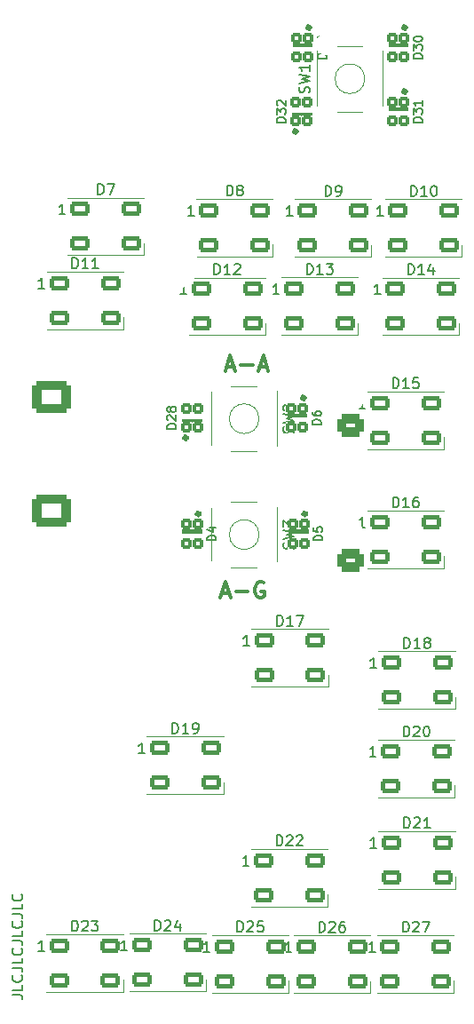
<source format=gbr>
%TF.GenerationSoftware,KiCad,Pcbnew,(6.0.9)*%
%TF.CreationDate,2022-12-27T01:06:43-09:00*%
%TF.ProjectId,PCB_ MASTER ARM PANEL,5043422c-204d-4415-9354-45522041524d,rev?*%
%TF.SameCoordinates,Original*%
%TF.FileFunction,Legend,Top*%
%TF.FilePolarity,Positive*%
%FSLAX46Y46*%
G04 Gerber Fmt 4.6, Leading zero omitted, Abs format (unit mm)*
G04 Created by KiCad (PCBNEW (6.0.9)) date 2022-12-27 01:06:43*
%MOMM*%
%LPD*%
G01*
G04 APERTURE LIST*
G04 Aperture macros list*
%AMRoundRect*
0 Rectangle with rounded corners*
0 $1 Rounding radius*
0 $2 $3 $4 $5 $6 $7 $8 $9 X,Y pos of 4 corners*
0 Add a 4 corners polygon primitive as box body*
4,1,4,$2,$3,$4,$5,$6,$7,$8,$9,$2,$3,0*
0 Add four circle primitives for the rounded corners*
1,1,$1+$1,$2,$3*
1,1,$1+$1,$4,$5*
1,1,$1+$1,$6,$7*
1,1,$1+$1,$8,$9*
0 Add four rect primitives between the rounded corners*
20,1,$1+$1,$2,$3,$4,$5,0*
20,1,$1+$1,$4,$5,$6,$7,0*
20,1,$1+$1,$6,$7,$8,$9,0*
20,1,$1+$1,$8,$9,$2,$3,0*%
G04 Aperture macros list end*
%ADD10C,0.300000*%
%ADD11C,0.150000*%
%ADD12C,0.120000*%
%ADD13C,0.500000*%
%ADD14C,0.100000*%
%ADD15C,2.100000*%
%ADD16RoundRect,0.200000X-0.750000X-0.450000X0.750000X-0.450000X0.750000X0.450000X-0.750000X0.450000X0*%
%ADD17RoundRect,0.200000X0.350000X-0.350000X0.350000X0.350000X-0.350000X0.350000X-0.350000X-0.350000X0*%
%ADD18RoundRect,0.200000X-0.350000X0.350000X-0.350000X-0.350000X0.350000X-0.350000X0.350000X0.350000X0*%
%ADD19C,4.700000*%
%ADD20RoundRect,0.450001X-1.399999X1.099999X-1.399999X-1.099999X1.399999X-1.099999X1.399999X1.099999X0*%
%ADD21O,3.700000X3.100000*%
%ADD22RoundRect,0.450000X0.845000X-0.620000X0.845000X0.620000X-0.845000X0.620000X-0.845000X-0.620000X0*%
%ADD23O,2.590000X2.140000*%
G04 APERTURE END LIST*
D10*
X74312685Y-6222100D02*
X75026971Y-6222100D01*
X74169828Y-6650671D02*
X74669828Y-5150671D01*
X75169828Y-6650671D01*
X75669828Y-6079242D02*
X76812685Y-6079242D01*
X78312685Y-5222100D02*
X78169828Y-5150671D01*
X77955542Y-5150671D01*
X77741257Y-5222100D01*
X77598400Y-5364957D01*
X77526971Y-5507814D01*
X77455542Y-5793528D01*
X77455542Y-6007814D01*
X77526971Y-6293528D01*
X77598400Y-6436385D01*
X77741257Y-6579242D01*
X77955542Y-6650671D01*
X78098400Y-6650671D01*
X78312685Y-6579242D01*
X78384114Y-6507814D01*
X78384114Y-6007814D01*
X78098400Y-6007814D01*
X74772628Y15396000D02*
X75486914Y15396000D01*
X74629771Y14967429D02*
X75129771Y16467429D01*
X75629771Y14967429D01*
X76129771Y15538858D02*
X77272628Y15538858D01*
X77915485Y15396000D02*
X78629771Y15396000D01*
X77772628Y14967429D02*
X78272628Y16467429D01*
X78772628Y14967429D01*
D11*
X54316380Y-44497047D02*
X55030666Y-44497047D01*
X55173523Y-44544666D01*
X55268761Y-44639904D01*
X55316380Y-44782761D01*
X55316380Y-44878000D01*
X55316380Y-43544666D02*
X55316380Y-44020857D01*
X54316380Y-44020857D01*
X55221142Y-42639904D02*
X55268761Y-42687523D01*
X55316380Y-42830380D01*
X55316380Y-42925619D01*
X55268761Y-43068476D01*
X55173523Y-43163714D01*
X55078285Y-43211333D01*
X54887809Y-43258952D01*
X54744952Y-43258952D01*
X54554476Y-43211333D01*
X54459238Y-43163714D01*
X54364000Y-43068476D01*
X54316380Y-42925619D01*
X54316380Y-42830380D01*
X54364000Y-42687523D01*
X54411619Y-42639904D01*
X54316380Y-41925619D02*
X55030666Y-41925619D01*
X55173523Y-41973238D01*
X55268761Y-42068476D01*
X55316380Y-42211333D01*
X55316380Y-42306571D01*
X55316380Y-40973238D02*
X55316380Y-41449428D01*
X54316380Y-41449428D01*
X55221142Y-40068476D02*
X55268761Y-40116095D01*
X55316380Y-40258952D01*
X55316380Y-40354190D01*
X55268761Y-40497047D01*
X55173523Y-40592285D01*
X55078285Y-40639904D01*
X54887809Y-40687523D01*
X54744952Y-40687523D01*
X54554476Y-40639904D01*
X54459238Y-40592285D01*
X54364000Y-40497047D01*
X54316380Y-40354190D01*
X54316380Y-40258952D01*
X54364000Y-40116095D01*
X54411619Y-40068476D01*
X54316380Y-39354190D02*
X55030666Y-39354190D01*
X55173523Y-39401809D01*
X55268761Y-39497047D01*
X55316380Y-39639904D01*
X55316380Y-39735142D01*
X55316380Y-38401809D02*
X55316380Y-38878000D01*
X54316380Y-38878000D01*
X55221142Y-37497047D02*
X55268761Y-37544666D01*
X55316380Y-37687523D01*
X55316380Y-37782761D01*
X55268761Y-37925619D01*
X55173523Y-38020857D01*
X55078285Y-38068476D01*
X54887809Y-38116095D01*
X54744952Y-38116095D01*
X54554476Y-38068476D01*
X54459238Y-38020857D01*
X54364000Y-37925619D01*
X54316380Y-37782761D01*
X54316380Y-37687523D01*
X54364000Y-37544666D01*
X54411619Y-37497047D01*
X54316380Y-36782761D02*
X55030666Y-36782761D01*
X55173523Y-36830380D01*
X55268761Y-36925619D01*
X55316380Y-37068476D01*
X55316380Y-37163714D01*
X55316380Y-35830380D02*
X55316380Y-36306571D01*
X54316380Y-36306571D01*
X55221142Y-34925619D02*
X55268761Y-34973238D01*
X55316380Y-35116095D01*
X55316380Y-35211333D01*
X55268761Y-35354190D01*
X55173523Y-35449428D01*
X55078285Y-35497047D01*
X54887809Y-35544666D01*
X54744952Y-35544666D01*
X54554476Y-35497047D01*
X54459238Y-35449428D01*
X54364000Y-35354190D01*
X54316380Y-35211333D01*
X54316380Y-35116095D01*
X54364000Y-34973238D01*
X54411619Y-34925619D01*
%TO.C,SW3*%
X81156661Y-1954433D02*
X81204280Y-1811576D01*
X81204280Y-1573480D01*
X81156661Y-1478242D01*
X81109042Y-1430623D01*
X81013804Y-1383004D01*
X80918566Y-1383004D01*
X80823328Y-1430623D01*
X80775709Y-1478242D01*
X80728090Y-1573480D01*
X80680471Y-1763957D01*
X80632852Y-1859195D01*
X80585233Y-1906814D01*
X80489995Y-1954433D01*
X80394757Y-1954433D01*
X80299519Y-1906814D01*
X80251900Y-1859195D01*
X80204280Y-1763957D01*
X80204280Y-1525861D01*
X80251900Y-1383004D01*
X80204280Y-1049671D02*
X81204280Y-811576D01*
X80489995Y-621100D01*
X81204280Y-430623D01*
X80204280Y-192528D01*
X80204280Y93186D02*
X80204280Y712234D01*
X80585233Y378900D01*
X80585233Y521758D01*
X80632852Y616996D01*
X80680471Y664615D01*
X80775709Y712234D01*
X81013804Y712234D01*
X81109042Y664615D01*
X81156661Y616996D01*
X81204280Y521758D01*
X81204280Y236043D01*
X81156661Y140805D01*
X81109042Y93186D01*
%TO.C,SW2*%
X81156661Y9094567D02*
X81204280Y9237424D01*
X81204280Y9475520D01*
X81156661Y9570758D01*
X81109042Y9618377D01*
X81013804Y9665996D01*
X80918566Y9665996D01*
X80823328Y9618377D01*
X80775709Y9570758D01*
X80728090Y9475520D01*
X80680471Y9285043D01*
X80632852Y9189805D01*
X80585233Y9142186D01*
X80489995Y9094567D01*
X80394757Y9094567D01*
X80299519Y9142186D01*
X80251900Y9189805D01*
X80204280Y9285043D01*
X80204280Y9523139D01*
X80251900Y9665996D01*
X80204280Y9999329D02*
X81204280Y10237424D01*
X80489995Y10427900D01*
X81204280Y10618377D01*
X80204280Y10856472D01*
X80299519Y11189805D02*
X80251900Y11237424D01*
X80204280Y11332662D01*
X80204280Y11570758D01*
X80251900Y11665996D01*
X80299519Y11713615D01*
X80394757Y11761234D01*
X80489995Y11761234D01*
X80632852Y11713615D01*
X81204280Y11142186D01*
X81204280Y11761234D01*
%TO.C,SW1*%
X82644661Y41502567D02*
X82692280Y41645424D01*
X82692280Y41883520D01*
X82644661Y41978758D01*
X82597042Y42026377D01*
X82501804Y42073996D01*
X82406566Y42073996D01*
X82311328Y42026377D01*
X82263709Y41978758D01*
X82216090Y41883520D01*
X82168471Y41693043D01*
X82120852Y41597805D01*
X82073233Y41550186D01*
X81977995Y41502567D01*
X81882757Y41502567D01*
X81787519Y41550186D01*
X81739900Y41597805D01*
X81692280Y41693043D01*
X81692280Y41931139D01*
X81739900Y42073996D01*
X81692280Y42407329D02*
X82692280Y42645424D01*
X81977995Y42835900D01*
X82692280Y43026377D01*
X81692280Y43264472D01*
X82692280Y44169234D02*
X82692280Y43597805D01*
X82692280Y43883520D02*
X81692280Y43883520D01*
X81835138Y43788281D01*
X81930376Y43693043D01*
X81977995Y43597805D01*
%TO.C,D7*%
X62507424Y31800400D02*
X62507424Y32800400D01*
X62745520Y32800400D01*
X62888377Y32752780D01*
X62983615Y32657542D01*
X63031234Y32562304D01*
X63078853Y32371828D01*
X63078853Y32228971D01*
X63031234Y32038495D01*
X62983615Y31943257D01*
X62888377Y31848019D01*
X62745520Y31800400D01*
X62507424Y31800400D01*
X63412186Y32800400D02*
X64078853Y32800400D01*
X63650281Y31800400D01*
X59381234Y29900400D02*
X58809805Y29900400D01*
X59095520Y29900400D02*
X59095520Y30900400D01*
X59000281Y30757542D01*
X58905043Y30662304D01*
X58809805Y30614685D01*
%TO.C,D8*%
X74801424Y31673600D02*
X74801424Y32673600D01*
X75039520Y32673600D01*
X75182377Y32625980D01*
X75277615Y32530742D01*
X75325234Y32435504D01*
X75372853Y32245028D01*
X75372853Y32102171D01*
X75325234Y31911695D01*
X75277615Y31816457D01*
X75182377Y31721219D01*
X75039520Y31673600D01*
X74801424Y31673600D01*
X75944281Y32245028D02*
X75849043Y32292647D01*
X75801424Y32340266D01*
X75753805Y32435504D01*
X75753805Y32483123D01*
X75801424Y32578361D01*
X75849043Y32625980D01*
X75944281Y32673600D01*
X76134758Y32673600D01*
X76229996Y32625980D01*
X76277615Y32578361D01*
X76325234Y32483123D01*
X76325234Y32435504D01*
X76277615Y32340266D01*
X76229996Y32292647D01*
X76134758Y32245028D01*
X75944281Y32245028D01*
X75849043Y32197409D01*
X75801424Y32149790D01*
X75753805Y32054552D01*
X75753805Y31864076D01*
X75801424Y31768838D01*
X75849043Y31721219D01*
X75944281Y31673600D01*
X76134758Y31673600D01*
X76229996Y31721219D01*
X76277615Y31768838D01*
X76325234Y31864076D01*
X76325234Y32054552D01*
X76277615Y32149790D01*
X76229996Y32197409D01*
X76134758Y32245028D01*
X71675234Y29773600D02*
X71103805Y29773600D01*
X71389520Y29773600D02*
X71389520Y30773600D01*
X71294281Y30630742D01*
X71199043Y30535504D01*
X71103805Y30487885D01*
%TO.C,D9*%
X84199424Y31648000D02*
X84199424Y32648000D01*
X84437520Y32648000D01*
X84580377Y32600380D01*
X84675615Y32505142D01*
X84723234Y32409904D01*
X84770853Y32219428D01*
X84770853Y32076571D01*
X84723234Y31886095D01*
X84675615Y31790857D01*
X84580377Y31695619D01*
X84437520Y31648000D01*
X84199424Y31648000D01*
X85247043Y31648000D02*
X85437520Y31648000D01*
X85532758Y31695619D01*
X85580377Y31743238D01*
X85675615Y31886095D01*
X85723234Y32076571D01*
X85723234Y32457523D01*
X85675615Y32552761D01*
X85627996Y32600380D01*
X85532758Y32648000D01*
X85342281Y32648000D01*
X85247043Y32600380D01*
X85199424Y32552761D01*
X85151805Y32457523D01*
X85151805Y32219428D01*
X85199424Y32124190D01*
X85247043Y32076571D01*
X85342281Y32028952D01*
X85532758Y32028952D01*
X85627996Y32076571D01*
X85675615Y32124190D01*
X85723234Y32219428D01*
X81073234Y29748000D02*
X80501805Y29748000D01*
X80787520Y29748000D02*
X80787520Y30748000D01*
X80692281Y30605142D01*
X80597043Y30509904D01*
X80501805Y30462285D01*
%TO.C,D10*%
X92359234Y31648000D02*
X92359234Y32648000D01*
X92597329Y32648000D01*
X92740186Y32600380D01*
X92835424Y32505142D01*
X92883043Y32409904D01*
X92930662Y32219428D01*
X92930662Y32076571D01*
X92883043Y31886095D01*
X92835424Y31790857D01*
X92740186Y31695619D01*
X92597329Y31648000D01*
X92359234Y31648000D01*
X93883043Y31648000D02*
X93311615Y31648000D01*
X93597329Y31648000D02*
X93597329Y32648000D01*
X93502091Y32505142D01*
X93406853Y32409904D01*
X93311615Y32362285D01*
X94502091Y32648000D02*
X94597329Y32648000D01*
X94692567Y32600380D01*
X94740186Y32552761D01*
X94787805Y32457523D01*
X94835424Y32267047D01*
X94835424Y32028952D01*
X94787805Y31838476D01*
X94740186Y31743238D01*
X94692567Y31695619D01*
X94597329Y31648000D01*
X94502091Y31648000D01*
X94406853Y31695619D01*
X94359234Y31743238D01*
X94311615Y31838476D01*
X94263996Y32028952D01*
X94263996Y32267047D01*
X94311615Y32457523D01*
X94359234Y32552761D01*
X94406853Y32600380D01*
X94502091Y32648000D01*
X89709234Y29748000D02*
X89137805Y29748000D01*
X89423520Y29748000D02*
X89423520Y30748000D01*
X89328281Y30605142D01*
X89233043Y30509904D01*
X89137805Y30462285D01*
%TO.C,D11*%
X60062234Y24764800D02*
X60062234Y25764800D01*
X60300329Y25764800D01*
X60443186Y25717180D01*
X60538424Y25621942D01*
X60586043Y25526704D01*
X60633662Y25336228D01*
X60633662Y25193371D01*
X60586043Y25002895D01*
X60538424Y24907657D01*
X60443186Y24812419D01*
X60300329Y24764800D01*
X60062234Y24764800D01*
X61586043Y24764800D02*
X61014615Y24764800D01*
X61300329Y24764800D02*
X61300329Y25764800D01*
X61205091Y25621942D01*
X61109853Y25526704D01*
X61014615Y25479085D01*
X62538424Y24764800D02*
X61966996Y24764800D01*
X62252710Y24764800D02*
X62252710Y25764800D01*
X62157472Y25621942D01*
X62062234Y25526704D01*
X61966996Y25479085D01*
X57412234Y22864800D02*
X56840805Y22864800D01*
X57126520Y22864800D02*
X57126520Y23864800D01*
X57031281Y23721942D01*
X56936043Y23626704D01*
X56840805Y23579085D01*
%TO.C,D12*%
X73602234Y24180400D02*
X73602234Y25180400D01*
X73840329Y25180400D01*
X73983186Y25132780D01*
X74078424Y25037542D01*
X74126043Y24942304D01*
X74173662Y24751828D01*
X74173662Y24608971D01*
X74126043Y24418495D01*
X74078424Y24323257D01*
X73983186Y24228019D01*
X73840329Y24180400D01*
X73602234Y24180400D01*
X75126043Y24180400D02*
X74554615Y24180400D01*
X74840329Y24180400D02*
X74840329Y25180400D01*
X74745091Y25037542D01*
X74649853Y24942304D01*
X74554615Y24894685D01*
X75506996Y25085161D02*
X75554615Y25132780D01*
X75649853Y25180400D01*
X75887948Y25180400D01*
X75983186Y25132780D01*
X76030805Y25085161D01*
X76078424Y24989923D01*
X76078424Y24894685D01*
X76030805Y24751828D01*
X75459377Y24180400D01*
X76078424Y24180400D01*
X70952234Y22280400D02*
X70380805Y22280400D01*
X70666520Y22280400D02*
X70666520Y23280400D01*
X70571281Y23137542D01*
X70476043Y23042304D01*
X70380805Y22994685D01*
%TO.C,D13*%
X82441234Y24206000D02*
X82441234Y25206000D01*
X82679329Y25206000D01*
X82822186Y25158380D01*
X82917424Y25063142D01*
X82965043Y24967904D01*
X83012662Y24777428D01*
X83012662Y24634571D01*
X82965043Y24444095D01*
X82917424Y24348857D01*
X82822186Y24253619D01*
X82679329Y24206000D01*
X82441234Y24206000D01*
X83965043Y24206000D02*
X83393615Y24206000D01*
X83679329Y24206000D02*
X83679329Y25206000D01*
X83584091Y25063142D01*
X83488853Y24967904D01*
X83393615Y24920285D01*
X84298377Y25206000D02*
X84917424Y25206000D01*
X84584091Y24825047D01*
X84726948Y24825047D01*
X84822186Y24777428D01*
X84869805Y24729809D01*
X84917424Y24634571D01*
X84917424Y24396476D01*
X84869805Y24301238D01*
X84822186Y24253619D01*
X84726948Y24206000D01*
X84441234Y24206000D01*
X84345996Y24253619D01*
X84298377Y24301238D01*
X79791234Y22306000D02*
X79219805Y22306000D01*
X79505520Y22306000D02*
X79505520Y23306000D01*
X79410281Y23163142D01*
X79315043Y23067904D01*
X79219805Y23020285D01*
%TO.C,D14*%
X92105234Y24180400D02*
X92105234Y25180400D01*
X92343329Y25180400D01*
X92486186Y25132780D01*
X92581424Y25037542D01*
X92629043Y24942304D01*
X92676662Y24751828D01*
X92676662Y24608971D01*
X92629043Y24418495D01*
X92581424Y24323257D01*
X92486186Y24228019D01*
X92343329Y24180400D01*
X92105234Y24180400D01*
X93629043Y24180400D02*
X93057615Y24180400D01*
X93343329Y24180400D02*
X93343329Y25180400D01*
X93248091Y25037542D01*
X93152853Y24942304D01*
X93057615Y24894685D01*
X94486186Y24847066D02*
X94486186Y24180400D01*
X94248091Y25228019D02*
X94009996Y24513733D01*
X94629043Y24513733D01*
X89455234Y22280400D02*
X88883805Y22280400D01*
X89169520Y22280400D02*
X89169520Y23280400D01*
X89074281Y23137542D01*
X88979043Y23042304D01*
X88883805Y22994685D01*
%TO.C,D15*%
X90643234Y13334800D02*
X90643234Y14334800D01*
X90881329Y14334800D01*
X91024186Y14287180D01*
X91119424Y14191942D01*
X91167043Y14096704D01*
X91214662Y13906228D01*
X91214662Y13763371D01*
X91167043Y13572895D01*
X91119424Y13477657D01*
X91024186Y13382419D01*
X90881329Y13334800D01*
X90643234Y13334800D01*
X92167043Y13334800D02*
X91595615Y13334800D01*
X91881329Y13334800D02*
X91881329Y14334800D01*
X91786091Y14191942D01*
X91690853Y14096704D01*
X91595615Y14049085D01*
X93071805Y14334800D02*
X92595615Y14334800D01*
X92547996Y13858609D01*
X92595615Y13906228D01*
X92690853Y13953847D01*
X92928948Y13953847D01*
X93024186Y13906228D01*
X93071805Y13858609D01*
X93119424Y13763371D01*
X93119424Y13525276D01*
X93071805Y13430038D01*
X93024186Y13382419D01*
X92928948Y13334800D01*
X92690853Y13334800D01*
X92595615Y13382419D01*
X92547996Y13430038D01*
X87993234Y11434800D02*
X87421805Y11434800D01*
X87707520Y11434800D02*
X87707520Y12434800D01*
X87612281Y12291942D01*
X87517043Y12196704D01*
X87421805Y12149085D01*
%TO.C,D16*%
X90643234Y1956100D02*
X90643234Y2956100D01*
X90881329Y2956100D01*
X91024186Y2908480D01*
X91119424Y2813242D01*
X91167043Y2718004D01*
X91214662Y2527528D01*
X91214662Y2384671D01*
X91167043Y2194195D01*
X91119424Y2098957D01*
X91024186Y2003719D01*
X90881329Y1956100D01*
X90643234Y1956100D01*
X92167043Y1956100D02*
X91595615Y1956100D01*
X91881329Y1956100D02*
X91881329Y2956100D01*
X91786091Y2813242D01*
X91690853Y2718004D01*
X91595615Y2670385D01*
X93024186Y2956100D02*
X92833710Y2956100D01*
X92738472Y2908480D01*
X92690853Y2860861D01*
X92595615Y2718004D01*
X92547996Y2527528D01*
X92547996Y2146576D01*
X92595615Y2051338D01*
X92643234Y2003719D01*
X92738472Y1956100D01*
X92928948Y1956100D01*
X93024186Y2003719D01*
X93071805Y2051338D01*
X93119424Y2146576D01*
X93119424Y2384671D01*
X93071805Y2479909D01*
X93024186Y2527528D01*
X92928948Y2575147D01*
X92738472Y2575147D01*
X92643234Y2527528D01*
X92595615Y2479909D01*
X92547996Y2384671D01*
X87993234Y56100D02*
X87421805Y56100D01*
X87707520Y56100D02*
X87707520Y1056100D01*
X87612281Y913242D01*
X87517043Y818004D01*
X87421805Y770385D01*
%TO.C,D17*%
X79597234Y-9321900D02*
X79597234Y-8321900D01*
X79835329Y-8321900D01*
X79978186Y-8369520D01*
X80073424Y-8464758D01*
X80121043Y-8559996D01*
X80168662Y-8750472D01*
X80168662Y-8893329D01*
X80121043Y-9083805D01*
X80073424Y-9179043D01*
X79978186Y-9274281D01*
X79835329Y-9321900D01*
X79597234Y-9321900D01*
X81121043Y-9321900D02*
X80549615Y-9321900D01*
X80835329Y-9321900D02*
X80835329Y-8321900D01*
X80740091Y-8464758D01*
X80644853Y-8559996D01*
X80549615Y-8607615D01*
X81454377Y-8321900D02*
X82121043Y-8321900D01*
X81692472Y-9321900D01*
X76947234Y-11221900D02*
X76375805Y-11221900D01*
X76661520Y-11221900D02*
X76661520Y-10221900D01*
X76566281Y-10364758D01*
X76471043Y-10459996D01*
X76375805Y-10507615D01*
%TO.C,D18*%
X91710234Y-11455900D02*
X91710234Y-10455900D01*
X91948329Y-10455900D01*
X92091186Y-10503520D01*
X92186424Y-10598758D01*
X92234043Y-10693996D01*
X92281662Y-10884472D01*
X92281662Y-11027329D01*
X92234043Y-11217805D01*
X92186424Y-11313043D01*
X92091186Y-11408281D01*
X91948329Y-11455900D01*
X91710234Y-11455900D01*
X93234043Y-11455900D02*
X92662615Y-11455900D01*
X92948329Y-11455900D02*
X92948329Y-10455900D01*
X92853091Y-10598758D01*
X92757853Y-10693996D01*
X92662615Y-10741615D01*
X93805472Y-10884472D02*
X93710234Y-10836853D01*
X93662615Y-10789234D01*
X93614996Y-10693996D01*
X93614996Y-10646377D01*
X93662615Y-10551139D01*
X93710234Y-10503520D01*
X93805472Y-10455900D01*
X93995948Y-10455900D01*
X94091186Y-10503520D01*
X94138805Y-10551139D01*
X94186424Y-10646377D01*
X94186424Y-10693996D01*
X94138805Y-10789234D01*
X94091186Y-10836853D01*
X93995948Y-10884472D01*
X93805472Y-10884472D01*
X93710234Y-10932091D01*
X93662615Y-10979710D01*
X93614996Y-11074948D01*
X93614996Y-11265424D01*
X93662615Y-11360662D01*
X93710234Y-11408281D01*
X93805472Y-11455900D01*
X93995948Y-11455900D01*
X94091186Y-11408281D01*
X94138805Y-11360662D01*
X94186424Y-11265424D01*
X94186424Y-11074948D01*
X94138805Y-10979710D01*
X94091186Y-10932091D01*
X93995948Y-10884472D01*
X89060234Y-13355900D02*
X88488805Y-13355900D01*
X88774520Y-13355900D02*
X88774520Y-12355900D01*
X88679281Y-12498758D01*
X88584043Y-12593996D01*
X88488805Y-12641615D01*
%TO.C,D19*%
X69612234Y-19583900D02*
X69612234Y-18583900D01*
X69850329Y-18583900D01*
X69993186Y-18631520D01*
X70088424Y-18726758D01*
X70136043Y-18821996D01*
X70183662Y-19012472D01*
X70183662Y-19155329D01*
X70136043Y-19345805D01*
X70088424Y-19441043D01*
X69993186Y-19536281D01*
X69850329Y-19583900D01*
X69612234Y-19583900D01*
X71136043Y-19583900D02*
X70564615Y-19583900D01*
X70850329Y-19583900D02*
X70850329Y-18583900D01*
X70755091Y-18726758D01*
X70659853Y-18821996D01*
X70564615Y-18869615D01*
X71612234Y-19583900D02*
X71802710Y-19583900D01*
X71897948Y-19536281D01*
X71945567Y-19488662D01*
X72040805Y-19345805D01*
X72088424Y-19155329D01*
X72088424Y-18774377D01*
X72040805Y-18679139D01*
X71993186Y-18631520D01*
X71897948Y-18583900D01*
X71707472Y-18583900D01*
X71612234Y-18631520D01*
X71564615Y-18679139D01*
X71516996Y-18774377D01*
X71516996Y-19012472D01*
X71564615Y-19107710D01*
X71612234Y-19155329D01*
X71707472Y-19202948D01*
X71897948Y-19202948D01*
X71993186Y-19155329D01*
X72040805Y-19107710D01*
X72088424Y-19012472D01*
X66962234Y-21483900D02*
X66390805Y-21483900D01*
X66676520Y-21483900D02*
X66676520Y-20483900D01*
X66581281Y-20626758D01*
X66486043Y-20721996D01*
X66390805Y-20769615D01*
%TO.C,D20*%
X91659234Y-19887900D02*
X91659234Y-18887900D01*
X91897329Y-18887900D01*
X92040186Y-18935520D01*
X92135424Y-19030758D01*
X92183043Y-19125996D01*
X92230662Y-19316472D01*
X92230662Y-19459329D01*
X92183043Y-19649805D01*
X92135424Y-19745043D01*
X92040186Y-19840281D01*
X91897329Y-19887900D01*
X91659234Y-19887900D01*
X92611615Y-18983139D02*
X92659234Y-18935520D01*
X92754472Y-18887900D01*
X92992567Y-18887900D01*
X93087805Y-18935520D01*
X93135424Y-18983139D01*
X93183043Y-19078377D01*
X93183043Y-19173615D01*
X93135424Y-19316472D01*
X92563996Y-19887900D01*
X93183043Y-19887900D01*
X93802091Y-18887900D02*
X93897329Y-18887900D01*
X93992567Y-18935520D01*
X94040186Y-18983139D01*
X94087805Y-19078377D01*
X94135424Y-19268853D01*
X94135424Y-19506948D01*
X94087805Y-19697424D01*
X94040186Y-19792662D01*
X93992567Y-19840281D01*
X93897329Y-19887900D01*
X93802091Y-19887900D01*
X93706853Y-19840281D01*
X93659234Y-19792662D01*
X93611615Y-19697424D01*
X93563996Y-19506948D01*
X93563996Y-19268853D01*
X93611615Y-19078377D01*
X93659234Y-18983139D01*
X93706853Y-18935520D01*
X93802091Y-18887900D01*
X89009234Y-21787900D02*
X88437805Y-21787900D01*
X88723520Y-21787900D02*
X88723520Y-20787900D01*
X88628281Y-20930758D01*
X88533043Y-21025996D01*
X88437805Y-21073615D01*
%TO.C,D21*%
X91710234Y-28574900D02*
X91710234Y-27574900D01*
X91948329Y-27574900D01*
X92091186Y-27622520D01*
X92186424Y-27717758D01*
X92234043Y-27812996D01*
X92281662Y-28003472D01*
X92281662Y-28146329D01*
X92234043Y-28336805D01*
X92186424Y-28432043D01*
X92091186Y-28527281D01*
X91948329Y-28574900D01*
X91710234Y-28574900D01*
X92662615Y-27670139D02*
X92710234Y-27622520D01*
X92805472Y-27574900D01*
X93043567Y-27574900D01*
X93138805Y-27622520D01*
X93186424Y-27670139D01*
X93234043Y-27765377D01*
X93234043Y-27860615D01*
X93186424Y-28003472D01*
X92614996Y-28574900D01*
X93234043Y-28574900D01*
X94186424Y-28574900D02*
X93614996Y-28574900D01*
X93900710Y-28574900D02*
X93900710Y-27574900D01*
X93805472Y-27717758D01*
X93710234Y-27812996D01*
X93614996Y-27860615D01*
X89060234Y-30474900D02*
X88488805Y-30474900D01*
X88774520Y-30474900D02*
X88774520Y-29474900D01*
X88679281Y-29617758D01*
X88584043Y-29712996D01*
X88488805Y-29760615D01*
%TO.C,D22*%
X79557234Y-30276900D02*
X79557234Y-29276900D01*
X79795329Y-29276900D01*
X79938186Y-29324520D01*
X80033424Y-29419758D01*
X80081043Y-29514996D01*
X80128662Y-29705472D01*
X80128662Y-29848329D01*
X80081043Y-30038805D01*
X80033424Y-30134043D01*
X79938186Y-30229281D01*
X79795329Y-30276900D01*
X79557234Y-30276900D01*
X80509615Y-29372139D02*
X80557234Y-29324520D01*
X80652472Y-29276900D01*
X80890567Y-29276900D01*
X80985805Y-29324520D01*
X81033424Y-29372139D01*
X81081043Y-29467377D01*
X81081043Y-29562615D01*
X81033424Y-29705472D01*
X80461996Y-30276900D01*
X81081043Y-30276900D01*
X81461996Y-29372139D02*
X81509615Y-29324520D01*
X81604853Y-29276900D01*
X81842948Y-29276900D01*
X81938186Y-29324520D01*
X81985805Y-29372139D01*
X82033424Y-29467377D01*
X82033424Y-29562615D01*
X81985805Y-29705472D01*
X81414377Y-30276900D01*
X82033424Y-30276900D01*
X76907234Y-32176900D02*
X76335805Y-32176900D01*
X76621520Y-32176900D02*
X76621520Y-31176900D01*
X76526281Y-31319758D01*
X76431043Y-31414996D01*
X76335805Y-31462615D01*
%TO.C,D23*%
X60039234Y-38429900D02*
X60039234Y-37429900D01*
X60277329Y-37429900D01*
X60420186Y-37477520D01*
X60515424Y-37572758D01*
X60563043Y-37667996D01*
X60610662Y-37858472D01*
X60610662Y-38001329D01*
X60563043Y-38191805D01*
X60515424Y-38287043D01*
X60420186Y-38382281D01*
X60277329Y-38429900D01*
X60039234Y-38429900D01*
X60991615Y-37525139D02*
X61039234Y-37477520D01*
X61134472Y-37429900D01*
X61372567Y-37429900D01*
X61467805Y-37477520D01*
X61515424Y-37525139D01*
X61563043Y-37620377D01*
X61563043Y-37715615D01*
X61515424Y-37858472D01*
X60943996Y-38429900D01*
X61563043Y-38429900D01*
X61896377Y-37429900D02*
X62515424Y-37429900D01*
X62182091Y-37810853D01*
X62324948Y-37810853D01*
X62420186Y-37858472D01*
X62467805Y-37906091D01*
X62515424Y-38001329D01*
X62515424Y-38239424D01*
X62467805Y-38334662D01*
X62420186Y-38382281D01*
X62324948Y-38429900D01*
X62039234Y-38429900D01*
X61943996Y-38382281D01*
X61896377Y-38334662D01*
X57389234Y-40329900D02*
X56817805Y-40329900D01*
X57103520Y-40329900D02*
X57103520Y-39329900D01*
X57008281Y-39472758D01*
X56913043Y-39567996D01*
X56817805Y-39615615D01*
%TO.C,D24*%
X67936234Y-38379900D02*
X67936234Y-37379900D01*
X68174329Y-37379900D01*
X68317186Y-37427520D01*
X68412424Y-37522758D01*
X68460043Y-37617996D01*
X68507662Y-37808472D01*
X68507662Y-37951329D01*
X68460043Y-38141805D01*
X68412424Y-38237043D01*
X68317186Y-38332281D01*
X68174329Y-38379900D01*
X67936234Y-38379900D01*
X68888615Y-37475139D02*
X68936234Y-37427520D01*
X69031472Y-37379900D01*
X69269567Y-37379900D01*
X69364805Y-37427520D01*
X69412424Y-37475139D01*
X69460043Y-37570377D01*
X69460043Y-37665615D01*
X69412424Y-37808472D01*
X68840996Y-38379900D01*
X69460043Y-38379900D01*
X70317186Y-37713234D02*
X70317186Y-38379900D01*
X70079091Y-37332281D02*
X69840996Y-38046567D01*
X70460043Y-38046567D01*
X65286234Y-40279900D02*
X64714805Y-40279900D01*
X65000520Y-40279900D02*
X65000520Y-39279900D01*
X64905281Y-39422758D01*
X64810043Y-39517996D01*
X64714805Y-39565615D01*
%TO.C,D25*%
X75810234Y-38480900D02*
X75810234Y-37480900D01*
X76048329Y-37480900D01*
X76191186Y-37528520D01*
X76286424Y-37623758D01*
X76334043Y-37718996D01*
X76381662Y-37909472D01*
X76381662Y-38052329D01*
X76334043Y-38242805D01*
X76286424Y-38338043D01*
X76191186Y-38433281D01*
X76048329Y-38480900D01*
X75810234Y-38480900D01*
X76762615Y-37576139D02*
X76810234Y-37528520D01*
X76905472Y-37480900D01*
X77143567Y-37480900D01*
X77238805Y-37528520D01*
X77286424Y-37576139D01*
X77334043Y-37671377D01*
X77334043Y-37766615D01*
X77286424Y-37909472D01*
X76714996Y-38480900D01*
X77334043Y-38480900D01*
X78238805Y-37480900D02*
X77762615Y-37480900D01*
X77714996Y-37957091D01*
X77762615Y-37909472D01*
X77857853Y-37861853D01*
X78095948Y-37861853D01*
X78191186Y-37909472D01*
X78238805Y-37957091D01*
X78286424Y-38052329D01*
X78286424Y-38290424D01*
X78238805Y-38385662D01*
X78191186Y-38433281D01*
X78095948Y-38480900D01*
X77857853Y-38480900D01*
X77762615Y-38433281D01*
X77714996Y-38385662D01*
X73160234Y-40380900D02*
X72588805Y-40380900D01*
X72874520Y-40380900D02*
X72874520Y-39380900D01*
X72779281Y-39523758D01*
X72684043Y-39618996D01*
X72588805Y-39666615D01*
%TO.C,D26*%
X83610234Y-38531900D02*
X83610234Y-37531900D01*
X83848329Y-37531900D01*
X83991186Y-37579520D01*
X84086424Y-37674758D01*
X84134043Y-37769996D01*
X84181662Y-37960472D01*
X84181662Y-38103329D01*
X84134043Y-38293805D01*
X84086424Y-38389043D01*
X83991186Y-38484281D01*
X83848329Y-38531900D01*
X83610234Y-38531900D01*
X84562615Y-37627139D02*
X84610234Y-37579520D01*
X84705472Y-37531900D01*
X84943567Y-37531900D01*
X85038805Y-37579520D01*
X85086424Y-37627139D01*
X85134043Y-37722377D01*
X85134043Y-37817615D01*
X85086424Y-37960472D01*
X84514996Y-38531900D01*
X85134043Y-38531900D01*
X85991186Y-37531900D02*
X85800710Y-37531900D01*
X85705472Y-37579520D01*
X85657853Y-37627139D01*
X85562615Y-37769996D01*
X85514996Y-37960472D01*
X85514996Y-38341424D01*
X85562615Y-38436662D01*
X85610234Y-38484281D01*
X85705472Y-38531900D01*
X85895948Y-38531900D01*
X85991186Y-38484281D01*
X86038805Y-38436662D01*
X86086424Y-38341424D01*
X86086424Y-38103329D01*
X86038805Y-38008091D01*
X85991186Y-37960472D01*
X85895948Y-37912853D01*
X85705472Y-37912853D01*
X85610234Y-37960472D01*
X85562615Y-38008091D01*
X85514996Y-38103329D01*
X80960234Y-40431900D02*
X80388805Y-40431900D01*
X80674520Y-40431900D02*
X80674520Y-39431900D01*
X80579281Y-39574758D01*
X80484043Y-39669996D01*
X80388805Y-39717615D01*
%TO.C,D27*%
X91597234Y-38506900D02*
X91597234Y-37506900D01*
X91835329Y-37506900D01*
X91978186Y-37554520D01*
X92073424Y-37649758D01*
X92121043Y-37744996D01*
X92168662Y-37935472D01*
X92168662Y-38078329D01*
X92121043Y-38268805D01*
X92073424Y-38364043D01*
X91978186Y-38459281D01*
X91835329Y-38506900D01*
X91597234Y-38506900D01*
X92549615Y-37602139D02*
X92597234Y-37554520D01*
X92692472Y-37506900D01*
X92930567Y-37506900D01*
X93025805Y-37554520D01*
X93073424Y-37602139D01*
X93121043Y-37697377D01*
X93121043Y-37792615D01*
X93073424Y-37935472D01*
X92501996Y-38506900D01*
X93121043Y-38506900D01*
X93454377Y-37506900D02*
X94121043Y-37506900D01*
X93692472Y-38506900D01*
X88947234Y-40406900D02*
X88375805Y-40406900D01*
X88661520Y-40406900D02*
X88661520Y-39406900D01*
X88566281Y-39549758D01*
X88471043Y-39644996D01*
X88375805Y-39692615D01*
%TO.C,D4*%
X73752423Y-1173480D02*
X72902423Y-1173480D01*
X72902423Y-971100D01*
X72942900Y-849671D01*
X73023852Y-768719D01*
X73104804Y-728242D01*
X73266709Y-687766D01*
X73388138Y-687766D01*
X73550042Y-728242D01*
X73630995Y-768719D01*
X73711947Y-849671D01*
X73752423Y-971100D01*
X73752423Y-1173480D01*
X73185757Y40805D02*
X73752423Y40805D01*
X72861947Y-161576D02*
X73469090Y-363957D01*
X73469090Y162234D01*
%TO.C,D6*%
X83785423Y9875520D02*
X82935423Y9875520D01*
X82935423Y10077900D01*
X82975900Y10199329D01*
X83056852Y10280281D01*
X83137804Y10320758D01*
X83299709Y10361234D01*
X83421138Y10361234D01*
X83583042Y10320758D01*
X83663995Y10280281D01*
X83744947Y10199329D01*
X83785423Y10077900D01*
X83785423Y9875520D01*
X82935423Y11089805D02*
X82935423Y10927900D01*
X82975900Y10846948D01*
X83016376Y10806472D01*
X83137804Y10725520D01*
X83299709Y10685043D01*
X83623519Y10685043D01*
X83704471Y10725520D01*
X83744947Y10765996D01*
X83785423Y10846948D01*
X83785423Y11008853D01*
X83744947Y11089805D01*
X83704471Y11130281D01*
X83623519Y11170758D01*
X83421138Y11170758D01*
X83340185Y11130281D01*
X83299709Y11089805D01*
X83259233Y11008853D01*
X83259233Y10846948D01*
X83299709Y10765996D01*
X83340185Y10725520D01*
X83421138Y10685043D01*
%TO.C,D28*%
X69942423Y9470758D02*
X69092423Y9470758D01*
X69092423Y9673139D01*
X69132900Y9794567D01*
X69213852Y9875520D01*
X69294804Y9915996D01*
X69456709Y9956472D01*
X69578138Y9956472D01*
X69740042Y9915996D01*
X69820995Y9875520D01*
X69901947Y9794567D01*
X69942423Y9673139D01*
X69942423Y9470758D01*
X69173376Y10280281D02*
X69132900Y10320758D01*
X69092423Y10401710D01*
X69092423Y10604091D01*
X69132900Y10685043D01*
X69173376Y10725520D01*
X69254328Y10765996D01*
X69335280Y10765996D01*
X69456709Y10725520D01*
X69942423Y10239805D01*
X69942423Y10765996D01*
X69456709Y11251710D02*
X69416233Y11170758D01*
X69375757Y11130281D01*
X69294804Y11089805D01*
X69254328Y11089805D01*
X69173376Y11130281D01*
X69132900Y11170758D01*
X69092423Y11251710D01*
X69092423Y11413615D01*
X69132900Y11494567D01*
X69173376Y11535043D01*
X69254328Y11575520D01*
X69294804Y11575520D01*
X69375757Y11535043D01*
X69416233Y11494567D01*
X69456709Y11413615D01*
X69456709Y11251710D01*
X69497185Y11170758D01*
X69537661Y11130281D01*
X69618614Y11089805D01*
X69780519Y11089805D01*
X69861471Y11130281D01*
X69901947Y11170758D01*
X69942423Y11251710D01*
X69942423Y11413615D01*
X69901947Y11494567D01*
X69861471Y11535043D01*
X69780519Y11575520D01*
X69618614Y11575520D01*
X69537661Y11535043D01*
X69497185Y11494567D01*
X69456709Y11413615D01*
%TO.C,D29*%
X84293423Y44776758D02*
X83443423Y44776758D01*
X83443423Y44979139D01*
X83483900Y45100567D01*
X83564852Y45181520D01*
X83645804Y45221996D01*
X83807709Y45262472D01*
X83929138Y45262472D01*
X84091042Y45221996D01*
X84171995Y45181520D01*
X84252947Y45100567D01*
X84293423Y44979139D01*
X84293423Y44776758D01*
X83524376Y45586281D02*
X83483900Y45626758D01*
X83443423Y45707710D01*
X83443423Y45910091D01*
X83483900Y45991043D01*
X83524376Y46031520D01*
X83605328Y46071996D01*
X83686280Y46071996D01*
X83807709Y46031520D01*
X84293423Y45545805D01*
X84293423Y46071996D01*
X84293423Y46476758D02*
X84293423Y46638662D01*
X84252947Y46719615D01*
X84212471Y46760091D01*
X84091042Y46841043D01*
X83929138Y46881520D01*
X83605328Y46881520D01*
X83524376Y46841043D01*
X83483900Y46800567D01*
X83443423Y46719615D01*
X83443423Y46557710D01*
X83483900Y46476758D01*
X83524376Y46436281D01*
X83605328Y46395805D01*
X83807709Y46395805D01*
X83888661Y46436281D01*
X83929138Y46476758D01*
X83969614Y46557710D01*
X83969614Y46719615D01*
X83929138Y46800567D01*
X83888661Y46841043D01*
X83807709Y46881520D01*
%TO.C,D30*%
X93437423Y44776758D02*
X92587423Y44776758D01*
X92587423Y44979139D01*
X92627900Y45100567D01*
X92708852Y45181520D01*
X92789804Y45221996D01*
X92951709Y45262472D01*
X93073138Y45262472D01*
X93235042Y45221996D01*
X93315995Y45181520D01*
X93396947Y45100567D01*
X93437423Y44979139D01*
X93437423Y44776758D01*
X92587423Y45545805D02*
X92587423Y46071996D01*
X92911233Y45788662D01*
X92911233Y45910091D01*
X92951709Y45991043D01*
X92992185Y46031520D01*
X93073138Y46071996D01*
X93275519Y46071996D01*
X93356471Y46031520D01*
X93396947Y45991043D01*
X93437423Y45910091D01*
X93437423Y45667234D01*
X93396947Y45586281D01*
X93356471Y45545805D01*
X92587423Y46598186D02*
X92587423Y46679139D01*
X92627900Y46760091D01*
X92668376Y46800567D01*
X92749328Y46841043D01*
X92911233Y46881520D01*
X93113614Y46881520D01*
X93275519Y46841043D01*
X93356471Y46800567D01*
X93396947Y46760091D01*
X93437423Y46679139D01*
X93437423Y46598186D01*
X93396947Y46517234D01*
X93356471Y46476758D01*
X93275519Y46436281D01*
X93113614Y46395805D01*
X92911233Y46395805D01*
X92749328Y46436281D01*
X92668376Y46476758D01*
X92627900Y46517234D01*
X92587423Y46598186D01*
%TO.C,D31*%
X93437423Y38680758D02*
X92587423Y38680758D01*
X92587423Y38883139D01*
X92627900Y39004567D01*
X92708852Y39085520D01*
X92789804Y39125996D01*
X92951709Y39166472D01*
X93073138Y39166472D01*
X93235042Y39125996D01*
X93315995Y39085520D01*
X93396947Y39004567D01*
X93437423Y38883139D01*
X93437423Y38680758D01*
X92587423Y39449805D02*
X92587423Y39975996D01*
X92911233Y39692662D01*
X92911233Y39814091D01*
X92951709Y39895043D01*
X92992185Y39935520D01*
X93073138Y39975996D01*
X93275519Y39975996D01*
X93356471Y39935520D01*
X93396947Y39895043D01*
X93437423Y39814091D01*
X93437423Y39571234D01*
X93396947Y39490281D01*
X93356471Y39449805D01*
X93437423Y40785520D02*
X93437423Y40299805D01*
X93437423Y40542662D02*
X92587423Y40542662D01*
X92708852Y40461710D01*
X92789804Y40380758D01*
X92830280Y40299805D01*
%TO.C,D32*%
X80419923Y38680758D02*
X79569923Y38680758D01*
X79569923Y38883139D01*
X79610400Y39004567D01*
X79691352Y39085520D01*
X79772304Y39125996D01*
X79934209Y39166472D01*
X80055638Y39166472D01*
X80217542Y39125996D01*
X80298495Y39085520D01*
X80379447Y39004567D01*
X80419923Y38883139D01*
X80419923Y38680758D01*
X79569923Y39449805D02*
X79569923Y39975996D01*
X79893733Y39692662D01*
X79893733Y39814091D01*
X79934209Y39895043D01*
X79974685Y39935520D01*
X80055638Y39975996D01*
X80258019Y39975996D01*
X80338971Y39935520D01*
X80379447Y39895043D01*
X80419923Y39814091D01*
X80419923Y39571234D01*
X80379447Y39490281D01*
X80338971Y39449805D01*
X79650876Y40299805D02*
X79610400Y40340281D01*
X79569923Y40421234D01*
X79569923Y40623615D01*
X79610400Y40704567D01*
X79650876Y40745043D01*
X79731828Y40785520D01*
X79812780Y40785520D01*
X79934209Y40745043D01*
X80419923Y40259329D01*
X80419923Y40785520D01*
%TO.C,D5*%
X83912423Y-1173480D02*
X83062423Y-1173480D01*
X83062423Y-971100D01*
X83102900Y-849671D01*
X83183852Y-768719D01*
X83264804Y-728242D01*
X83426709Y-687766D01*
X83548138Y-687766D01*
X83710042Y-728242D01*
X83790995Y-768719D01*
X83871947Y-849671D01*
X83912423Y-971100D01*
X83912423Y-1173480D01*
X83062423Y81281D02*
X83062423Y-323480D01*
X83467185Y-363957D01*
X83426709Y-323480D01*
X83386233Y-242528D01*
X83386233Y-40147D01*
X83426709Y40805D01*
X83467185Y81281D01*
X83548138Y121758D01*
X83750519Y121758D01*
X83831471Y81281D01*
X83871947Y40805D01*
X83912423Y-40147D01*
X83912423Y-242528D01*
X83871947Y-323480D01*
X83831471Y-363957D01*
D12*
%TO.C,SW3*%
X79571900Y2348900D02*
X79571900Y-3591100D01*
X73331900Y2348900D02*
X73331900Y-3591100D01*
X77791900Y-3741100D02*
X75111900Y-3741100D01*
X75111900Y2498900D02*
X77791900Y2498900D01*
X77866114Y-621100D02*
G75*
G03*
X77866114Y-621100I-1414214J0D01*
G01*
%TO.C,SW2*%
X75111900Y13547900D02*
X77791900Y13547900D01*
X73331900Y13397900D02*
X73331900Y7457900D01*
X77791900Y7307900D02*
X75111900Y7307900D01*
X79571900Y13397900D02*
X79571900Y7457900D01*
X77866114Y10427900D02*
G75*
G03*
X77866114Y10427900I-1414214J0D01*
G01*
%TO.C,SW1*%
X89659900Y39865900D02*
X89659900Y45805900D01*
X85199900Y45955900D02*
X87879900Y45955900D01*
X83419900Y39865900D02*
X83419900Y45805900D01*
X87879900Y39715900D02*
X85199900Y39715900D01*
X87954114Y42835900D02*
G75*
G03*
X87954114Y42835900I-1414214J0D01*
G01*
%TO.C,D7*%
X59595520Y31502780D02*
X66895520Y31502780D01*
X66895520Y26002780D02*
X66895520Y27152780D01*
X59595520Y26002780D02*
X66895520Y26002780D01*
%TO.C,D8*%
X79189520Y25875980D02*
X79189520Y27025980D01*
X71889520Y25875980D02*
X79189520Y25875980D01*
X71889520Y31375980D02*
X79189520Y31375980D01*
%TO.C,D9*%
X81287520Y31350380D02*
X88587520Y31350380D01*
X88587520Y25850380D02*
X88587520Y27000380D01*
X81287520Y25850380D02*
X88587520Y25850380D01*
%TO.C,D10*%
X89923520Y25850380D02*
X97223520Y25850380D01*
X97223520Y25850380D02*
X97223520Y27000380D01*
X89923520Y31350380D02*
X97223520Y31350380D01*
%TO.C,D11*%
X64926520Y18967180D02*
X64926520Y20117180D01*
X57626520Y18967180D02*
X64926520Y18967180D01*
X57626520Y24467180D02*
X64926520Y24467180D01*
%TO.C,D12*%
X78466520Y18382780D02*
X78466520Y19532780D01*
X71166520Y23882780D02*
X78466520Y23882780D01*
X71166520Y18382780D02*
X78466520Y18382780D01*
%TO.C,D13*%
X80005520Y23908380D02*
X87305520Y23908380D01*
X87305520Y18408380D02*
X87305520Y19558380D01*
X80005520Y18408380D02*
X87305520Y18408380D01*
%TO.C,D14*%
X89669520Y23882780D02*
X96969520Y23882780D01*
X96969520Y18382780D02*
X96969520Y19532780D01*
X89669520Y18382780D02*
X96969520Y18382780D01*
%TO.C,D15*%
X88207520Y13037180D02*
X95507520Y13037180D01*
X95507520Y7537180D02*
X95507520Y8687180D01*
X88207520Y7537180D02*
X95507520Y7537180D01*
%TO.C,D16*%
X88207520Y1658480D02*
X95507520Y1658480D01*
X88207520Y-3841520D02*
X95507520Y-3841520D01*
X95507520Y-3841520D02*
X95507520Y-2691520D01*
%TO.C,D17*%
X84461520Y-15119520D02*
X84461520Y-13969520D01*
X77161520Y-15119520D02*
X84461520Y-15119520D01*
X77161520Y-9619520D02*
X84461520Y-9619520D01*
%TO.C,D18*%
X96574520Y-17253520D02*
X96574520Y-16103520D01*
X89274520Y-17253520D02*
X96574520Y-17253520D01*
X89274520Y-11753520D02*
X96574520Y-11753520D01*
%TO.C,D19*%
X67176520Y-19881520D02*
X74476520Y-19881520D01*
X74476520Y-25381520D02*
X74476520Y-24231520D01*
X67176520Y-25381520D02*
X74476520Y-25381520D01*
%TO.C,D20*%
X96523520Y-25685520D02*
X96523520Y-24535520D01*
X89223520Y-25685520D02*
X96523520Y-25685520D01*
X89223520Y-20185520D02*
X96523520Y-20185520D01*
%TO.C,D21*%
X96574520Y-34372520D02*
X96574520Y-33222520D01*
X89274520Y-34372520D02*
X96574520Y-34372520D01*
X89274520Y-28872520D02*
X96574520Y-28872520D01*
%TO.C,D22*%
X77121520Y-30574520D02*
X84421520Y-30574520D01*
X84421520Y-36074520D02*
X84421520Y-34924520D01*
X77121520Y-36074520D02*
X84421520Y-36074520D01*
%TO.C,D23*%
X57603520Y-38727520D02*
X64903520Y-38727520D01*
X57603520Y-44227520D02*
X64903520Y-44227520D01*
X64903520Y-44227520D02*
X64903520Y-43077520D01*
%TO.C,D24*%
X65500520Y-44177520D02*
X72800520Y-44177520D01*
X72800520Y-44177520D02*
X72800520Y-43027520D01*
X65500520Y-38677520D02*
X72800520Y-38677520D01*
%TO.C,D25*%
X80674520Y-44278520D02*
X80674520Y-43128520D01*
X73374520Y-44278520D02*
X80674520Y-44278520D01*
X73374520Y-38778520D02*
X80674520Y-38778520D01*
%TO.C,D26*%
X81174520Y-38829520D02*
X88474520Y-38829520D01*
X88474520Y-44329520D02*
X88474520Y-43179520D01*
X81174520Y-44329520D02*
X88474520Y-44329520D01*
%TO.C,D27*%
X89161520Y-38804520D02*
X96461520Y-38804520D01*
X96461520Y-44304520D02*
X96461520Y-43154520D01*
X89161520Y-44304520D02*
X96461520Y-44304520D01*
D13*
%TO.C,D4*%
X72162900Y1353900D02*
G75*
G03*
X72162900Y1353900I-100000J0D01*
G01*
G36*
X72362900Y-446100D02*
G01*
X70562900Y-446100D01*
X70562900Y-146100D01*
X72362900Y-146100D01*
X72362900Y-446100D01*
G37*
D14*
X72362900Y-446100D02*
X70562900Y-446100D01*
X70562900Y-146100D01*
X72362900Y-146100D01*
X72362900Y-446100D01*
D13*
%TO.C,D6*%
X82195900Y12402900D02*
G75*
G03*
X82195900Y12402900I-100000J0D01*
G01*
G36*
X82395900Y10602900D02*
G01*
X80595900Y10602900D01*
X80595900Y10902900D01*
X82395900Y10902900D01*
X82395900Y10602900D01*
G37*
D14*
X82395900Y10602900D02*
X80595900Y10602900D01*
X80595900Y10902900D01*
X82395900Y10902900D01*
X82395900Y10602900D01*
D13*
%TO.C,D28*%
X70962900Y8602900D02*
G75*
G03*
X70962900Y8602900I-100000J0D01*
G01*
G36*
X72362900Y10102900D02*
G01*
X70562900Y10102900D01*
X70562900Y10402900D01*
X72362900Y10402900D01*
X72362900Y10102900D01*
G37*
D14*
X72362900Y10102900D02*
X70562900Y10102900D01*
X70562900Y10402900D01*
X72362900Y10402900D01*
X72362900Y10102900D01*
D13*
%TO.C,D29*%
X82703900Y47708900D02*
G75*
G03*
X82703900Y47708900I-100000J0D01*
G01*
G36*
X82903900Y45908900D02*
G01*
X81103900Y45908900D01*
X81103900Y46208900D01*
X82903900Y46208900D01*
X82903900Y45908900D01*
G37*
D14*
X82903900Y45908900D02*
X81103900Y45908900D01*
X81103900Y46208900D01*
X82903900Y46208900D01*
X82903900Y45908900D01*
D13*
%TO.C,D30*%
X91847900Y47708900D02*
G75*
G03*
X91847900Y47708900I-100000J0D01*
G01*
G36*
X92047900Y45908900D02*
G01*
X90247900Y45908900D01*
X90247900Y46208900D01*
X92047900Y46208900D01*
X92047900Y45908900D01*
G37*
D14*
X92047900Y45908900D02*
X90247900Y45908900D01*
X90247900Y46208900D01*
X92047900Y46208900D01*
X92047900Y45908900D01*
D13*
%TO.C,D31*%
X91847900Y41612900D02*
G75*
G03*
X91847900Y41612900I-100000J0D01*
G01*
G36*
X92047900Y39812900D02*
G01*
X90247900Y39812900D01*
X90247900Y40112900D01*
X92047900Y40112900D01*
X92047900Y39812900D01*
G37*
D14*
X92047900Y39812900D02*
X90247900Y39812900D01*
X90247900Y40112900D01*
X92047900Y40112900D01*
X92047900Y39812900D01*
D13*
%TO.C,D32*%
X81440400Y37812900D02*
G75*
G03*
X81440400Y37812900I-100000J0D01*
G01*
G36*
X82840400Y39312900D02*
G01*
X81040400Y39312900D01*
X81040400Y39612900D01*
X82840400Y39612900D01*
X82840400Y39312900D01*
G37*
D14*
X82840400Y39312900D02*
X81040400Y39312900D01*
X81040400Y39612900D01*
X82840400Y39612900D01*
X82840400Y39312900D01*
D13*
%TO.C,D5*%
X82322900Y1353900D02*
G75*
G03*
X82322900Y1353900I-100000J0D01*
G01*
G36*
X82522900Y-446100D02*
G01*
X80722900Y-446100D01*
X80722900Y-146100D01*
X82522900Y-146100D01*
X82522900Y-446100D01*
G37*
D14*
X82522900Y-446100D02*
X80722900Y-446100D01*
X80722900Y-146100D01*
X82522900Y-146100D01*
X82522900Y-446100D01*
%TD*%
%LPC*%
D15*
%TO.C,SW3*%
X78701900Y2628900D03*
X78701900Y-3871100D03*
X74201900Y2628900D03*
X74201900Y-3871100D03*
%TD*%
%TO.C,SW2*%
X78701900Y13677900D03*
X78701900Y7177900D03*
X74201900Y13677900D03*
X74201900Y7177900D03*
%TD*%
%TO.C,SW1*%
X84289900Y39585900D03*
X84289900Y46085900D03*
X88789900Y39585900D03*
X88789900Y46085900D03*
%TD*%
D16*
%TO.C,D7*%
X60795520Y30402780D03*
X60795520Y27102780D03*
X65695520Y27102780D03*
X65695520Y30402780D03*
%TD*%
%TO.C,D8*%
X73089520Y30275980D03*
X73089520Y26975980D03*
X77989520Y26975980D03*
X77989520Y30275980D03*
%TD*%
%TO.C,D9*%
X82487520Y30250380D03*
X82487520Y26950380D03*
X87387520Y26950380D03*
X87387520Y30250380D03*
%TD*%
%TO.C,D10*%
X91123520Y30250380D03*
X91123520Y26950380D03*
X96023520Y26950380D03*
X96023520Y30250380D03*
%TD*%
%TO.C,D11*%
X58826520Y23367180D03*
X58826520Y20067180D03*
X63726520Y20067180D03*
X63726520Y23367180D03*
%TD*%
%TO.C,D12*%
X72366520Y22782780D03*
X72366520Y19482780D03*
X77266520Y19482780D03*
X77266520Y22782780D03*
%TD*%
%TO.C,D13*%
X81205520Y22808380D03*
X81205520Y19508380D03*
X86105520Y19508380D03*
X86105520Y22808380D03*
%TD*%
%TO.C,D14*%
X90869520Y22782780D03*
X90869520Y19482780D03*
X95769520Y19482780D03*
X95769520Y22782780D03*
%TD*%
%TO.C,D15*%
X89407520Y11937180D03*
X89407520Y8637180D03*
X94307520Y8637180D03*
X94307520Y11937180D03*
%TD*%
%TO.C,D16*%
X89407520Y558480D03*
X89407520Y-2741520D03*
X94307520Y-2741520D03*
X94307520Y558480D03*
%TD*%
%TO.C,D17*%
X78361520Y-10719520D03*
X78361520Y-14019520D03*
X83261520Y-14019520D03*
X83261520Y-10719520D03*
%TD*%
%TO.C,D18*%
X90474520Y-12853520D03*
X90474520Y-16153520D03*
X95374520Y-16153520D03*
X95374520Y-12853520D03*
%TD*%
%TO.C,D19*%
X68376520Y-20981520D03*
X68376520Y-24281520D03*
X73276520Y-24281520D03*
X73276520Y-20981520D03*
%TD*%
%TO.C,D20*%
X90423520Y-21285520D03*
X90423520Y-24585520D03*
X95323520Y-24585520D03*
X95323520Y-21285520D03*
%TD*%
%TO.C,D21*%
X90474520Y-29972520D03*
X90474520Y-33272520D03*
X95374520Y-33272520D03*
X95374520Y-29972520D03*
%TD*%
%TO.C,D22*%
X78321520Y-31674520D03*
X78321520Y-34974520D03*
X83221520Y-34974520D03*
X83221520Y-31674520D03*
%TD*%
%TO.C,D23*%
X58803520Y-39827520D03*
X58803520Y-43127520D03*
X63703520Y-43127520D03*
X63703520Y-39827520D03*
%TD*%
%TO.C,D24*%
X66700520Y-39777520D03*
X66700520Y-43077520D03*
X71600520Y-43077520D03*
X71600520Y-39777520D03*
%TD*%
%TO.C,D25*%
X74574520Y-39878520D03*
X74574520Y-43178520D03*
X79474520Y-43178520D03*
X79474520Y-39878520D03*
%TD*%
%TO.C,D26*%
X82374520Y-39929520D03*
X82374520Y-43229520D03*
X87274520Y-43229520D03*
X87274520Y-39929520D03*
%TD*%
%TO.C,D27*%
X90361520Y-39904520D03*
X90361520Y-43204520D03*
X95261520Y-43204520D03*
X95261520Y-39904520D03*
%TD*%
D17*
%TO.C,D4*%
X72012900Y368900D03*
X70912900Y368900D03*
X70912900Y-1461100D03*
X72012900Y-1461100D03*
%TD*%
%TO.C,D6*%
X82045900Y11417900D03*
X80945900Y11417900D03*
X80945900Y9587900D03*
X82045900Y9587900D03*
%TD*%
D18*
%TO.C,D28*%
X70912900Y9587900D03*
X72012900Y9587900D03*
X72012900Y11417900D03*
X70912900Y11417900D03*
%TD*%
D17*
%TO.C,D29*%
X82553900Y46723900D03*
X81453900Y46723900D03*
X81453900Y44893900D03*
X82553900Y44893900D03*
%TD*%
%TO.C,D30*%
X91697900Y46723900D03*
X90597900Y46723900D03*
X90597900Y44893900D03*
X91697900Y44893900D03*
%TD*%
%TO.C,D31*%
X91697900Y40627900D03*
X90597900Y40627900D03*
X90597900Y38797900D03*
X91697900Y38797900D03*
%TD*%
D18*
%TO.C,D32*%
X81390400Y38797900D03*
X82490400Y38797900D03*
X82490400Y40627900D03*
X81390400Y40627900D03*
%TD*%
D17*
%TO.C,D5*%
X82172900Y368900D03*
X81072900Y368900D03*
X81072900Y-1461100D03*
X82172900Y-1461100D03*
%TD*%
D19*
%TO.C,H1*%
X90128400Y59407900D03*
%TD*%
%TO.C,H2*%
X69748400Y25117900D03*
%TD*%
%TO.C,H3*%
X63158400Y-30332100D03*
%TD*%
D20*
%TO.C,J1*%
X58049520Y1650480D03*
D21*
X58049520Y-2549520D03*
X63549520Y1650480D03*
X63549520Y-2549520D03*
%TD*%
D20*
%TO.C,J2*%
X58049520Y12499980D03*
D21*
X58049520Y8299980D03*
X63549520Y12499980D03*
X63549520Y8299980D03*
%TD*%
D22*
%TO.C,J3*%
X86648400Y9757900D03*
D23*
X86648400Y12297900D03*
%TD*%
D22*
%TO.C,J4*%
X86614000Y-3048000D03*
D23*
X86614000Y-508000D03*
X86614000Y2032000D03*
%TD*%
M02*

</source>
